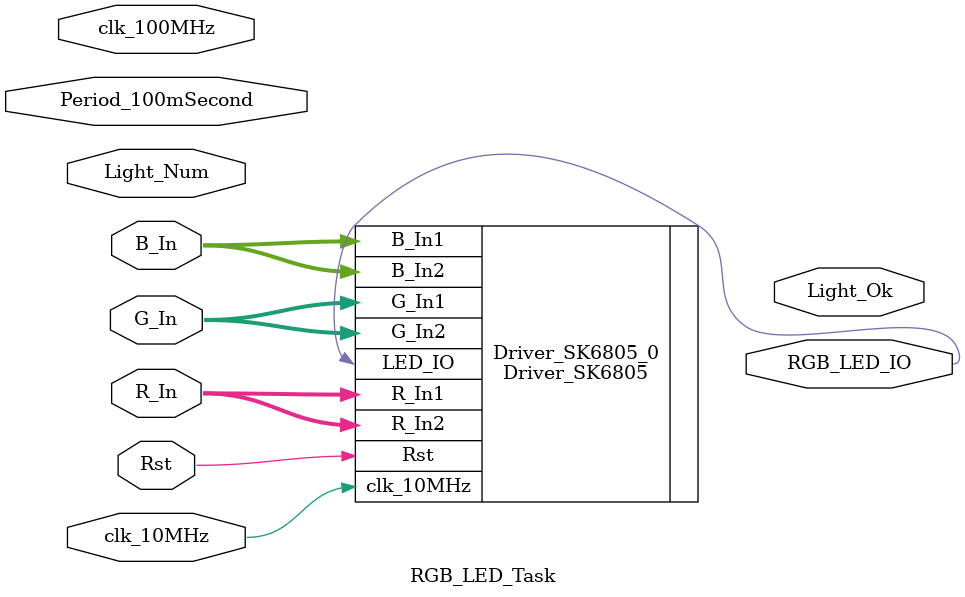
<source format=v>
`timescale 1ns / 1ps
`define PWM_Dir_Up      0
`define PWM_Dir_Down    1

//RGB breathing light task, can be called by the stack to take the task, or can be called directly
module RGB_LED_Task(
   input clk_100MHz,
   input clk_10MHz,
   input [5:0]Period_100mSecond,
   input [7:0]R_In,
   input [7:0]G_In,
   input [7:0]B_In,
   input [10:0]Light_Num,
   input Rst,
   output RGB_LED_IO,
   output reg Light_Ok
   );
   //ÊµÀý»¯SK6805Çý¶¯
   Driver_SK6805 Driver_SK6805_0(.R_In1(R_In),.G_In1(G_In),.B_In1(B_In),.R_In2(R_In),.G_In2(G_In),.B_In2(B_In),.clk_10MHz(clk_10MHz),.Rst(Rst),.LED_IO(RGB_LED_IO));
endmodule

</source>
